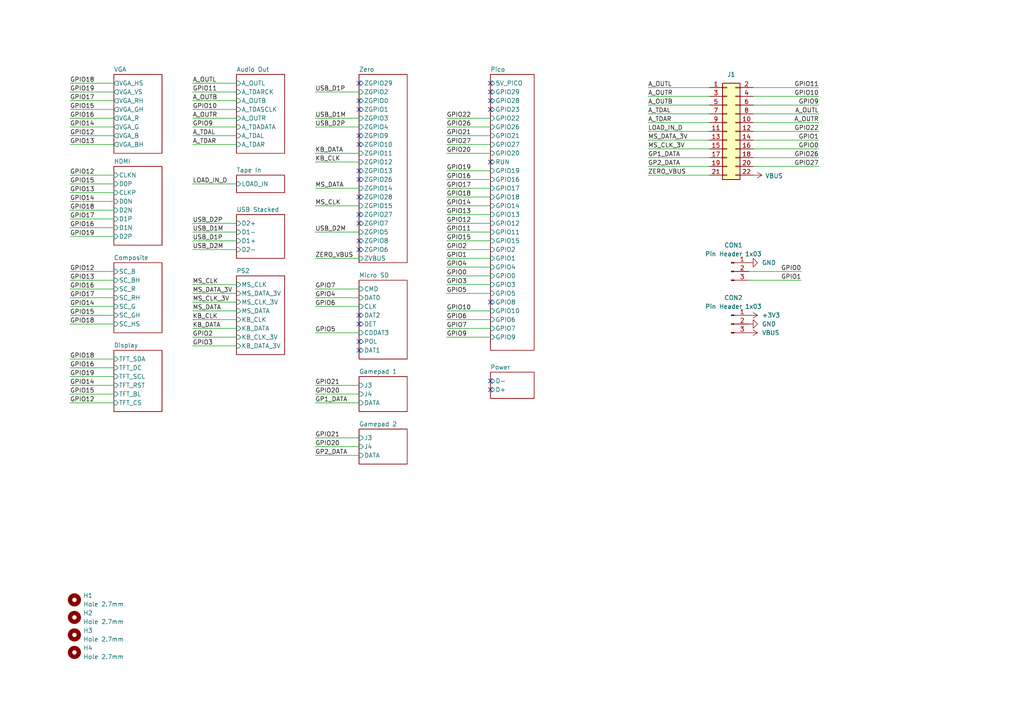
<source format=kicad_sch>
(kicad_sch (version 20231120) (generator "eeschema") (generator_version "8.0")
  (paper "A4")
  (title_block (title "FRANK") (date "2025-02-18") (rev "1.13") (company "Mikhail Matveev") (comment 1 "https://github.com/xtremespb/frank"))
  (lib_symbols
    (symbol "Connector:Conn_01x03_Pin" (pin_names (offset 1.016) hide)
      (property "Reference" "J" (at 0 5.08 0))
      (property "Value" "Conn_01x03_Pin" (at 0 -5.08 0))
      (symbol "Conn_01x03_Pin_1_1"
        (polyline (pts (xy 1.27 -2.54) (xy 0.8636 -2.54)) (stroke (width 0.1524)))
        (polyline (pts (xy 1.27 0) (xy 0.8636 0)) (stroke (width 0.1524)))
        (polyline (pts (xy 1.27 2.54) (xy 0.8636 2.54)) (stroke (width 0.1524)))
        (rectangle (start 0.8636 -2.413) (end 0 -2.667) (stroke (width 0.1524)) (fill (type outline)))
        (rectangle (start 0.8636 0.127) (end 0 -0.127) (stroke (width 0.1524)) (fill (type outline)))
        (rectangle (start 0.8636 2.667) (end 0 2.413) (stroke (width 0.1524)) (fill (type outline)))
        (pin passive line (at 5.08 2.54 180) (length 3.81) (name "Pin_1") (number "1"))
        (pin passive line (at 5.08 0 180) (length 3.81) (name "Pin_2") (number "2"))
        (pin passive line (at 5.08 -2.54 180) (length 3.81) (name "Pin_3") (number "3"))
      )
    )
    (symbol "Connector_Generic:Conn_02x11_Odd_Even" (pin_names (offset 1.016) hide)
      (property "Reference" "J" (at 1.27 15.24 0))
      (property "Value" "Conn_02x11_Odd_Even" (at 1.27 -15.24 0))
      (symbol "Conn_02x11_Odd_Even_1_1"
        (rectangle (start -1.27 -12.573) (end 0 -12.827) (stroke (width 0.1524)))
        (rectangle (start -1.27 -10.033) (end 0 -10.287) (stroke (width 0.1524)))
        (rectangle (start -1.27 -7.493) (end 0 -7.747) (stroke (width 0.1524)))
        (rectangle (start -1.27 -4.953) (end 0 -5.207) (stroke (width 0.1524)))
        (rectangle (start -1.27 -2.413) (end 0 -2.667) (stroke (width 0.1524)))
        (rectangle (start -1.27 0.127) (end 0 -0.127) (stroke (width 0.1524)))
        (rectangle (start -1.27 2.667) (end 0 2.413) (stroke (width 0.1524)))
        (rectangle (start -1.27 5.207) (end 0 4.953) (stroke (width 0.1524)))
        (rectangle (start -1.27 7.747) (end 0 7.493) (stroke (width 0.1524)))
        (rectangle (start -1.27 10.287) (end 0 10.033) (stroke (width 0.1524)))
        (rectangle (start -1.27 12.827) (end 0 12.573) (stroke (width 0.1524)))
        (rectangle (start -1.27 13.97) (end 3.81 -13.97) (stroke (width 0.254)) (fill (type background)))
        (rectangle (start 3.81 -12.573) (end 2.54 -12.827) (stroke (width 0.1524)))
        (rectangle (start 3.81 -10.033) (end 2.54 -10.287) (stroke (width 0.1524)))
        (rectangle (start 3.81 -7.493) (end 2.54 -7.747) (stroke (width 0.1524)))
        (rectangle (start 3.81 -4.953) (end 2.54 -5.207) (stroke (width 0.1524)))
        (rectangle (start 3.81 -2.413) (end 2.54 -2.667) (stroke (width 0.1524)))
        (rectangle (start 3.81 0.127) (end 2.54 -0.127) (stroke (width 0.1524)))
        (rectangle (start 3.81 2.667) (end 2.54 2.413) (stroke (width 0.1524)))
        (rectangle (start 3.81 5.207) (end 2.54 4.953) (stroke (width 0.1524)))
        (rectangle (start 3.81 7.747) (end 2.54 7.493) (stroke (width 0.1524)))
        (rectangle (start 3.81 10.287) (end 2.54 10.033) (stroke (width 0.1524)))
        (rectangle (start 3.81 12.827) (end 2.54 12.573) (stroke (width 0.1524)))
        (pin passive line (at -5.08 12.7 0) (length 3.81) (name "Pin_1") (number "1"))
        (pin passive line (at 7.62 2.54 180) (length 3.81) (name "Pin_10") (number "10"))
        (pin passive line (at -5.08 0 0) (length 3.81) (name "Pin_11") (number "11"))
        (pin passive line (at 7.62 0 180) (length 3.81) (name "Pin_12") (number "12"))
        (pin passive line (at -5.08 -2.54 0) (length 3.81) (name "Pin_13") (number "13"))
        (pin passive line (at 7.62 -2.54 180) (length 3.81) (name "Pin_14") (number "14"))
        (pin passive line (at -5.08 -5.08 0) (length 3.81) (name "Pin_15") (number "15"))
        (pin passive line (at 7.62 -5.08 180) (length 3.81) (name "Pin_16") (number "16"))
        (pin passive line (at -5.08 -7.62 0) (length 3.81) (name "Pin_17") (number "17"))
        (pin passive line (at 7.62 -7.62 180) (length 3.81) (name "Pin_18") (number "18"))
        (pin passive line (at -5.08 -10.16 0) (length 3.81) (name "Pin_19") (number "19"))
        (pin passive line (at 7.62 12.7 180) (length 3.81) (name "Pin_2") (number "2"))
        (pin passive line (at 7.62 -10.16 180) (length 3.81) (name "Pin_20") (number "20"))
        (pin passive line (at -5.08 -12.7 0) (length 3.81) (name "Pin_21") (number "21"))
        (pin passive line (at 7.62 -12.7 180) (length 3.81) (name "Pin_22") (number "22"))
        (pin passive line (at -5.08 10.16 0) (length 3.81) (name "Pin_3") (number "3"))
        (pin passive line (at 7.62 10.16 180) (length 3.81) (name "Pin_4") (number "4"))
        (pin passive line (at -5.08 7.62 0) (length 3.81) (name "Pin_5") (number "5"))
        (pin passive line (at 7.62 7.62 180) (length 3.81) (name "Pin_6") (number "6"))
        (pin passive line (at -5.08 5.08 0) (length 3.81) (name "Pin_7") (number "7"))
        (pin passive line (at 7.62 5.08 180) (length 3.81) (name "Pin_8") (number "8"))
        (pin passive line (at -5.08 2.54 0) (length 3.81) (name "Pin_9") (number "9"))
      )
    )
    (symbol "Mechanical:MountingHole" (pin_names (offset 1.016)) (exclude_from_sim yes) (in_bom no)
      (property "Reference" "H" (at 0 5.08 0))
      (property "Value" "MountingHole" (at 0 3.175 0))
      (symbol "MountingHole_0_1"
        (circle (center 0 0) (radius 1.27) (stroke (width 1.27)))
      )
    )
    (symbol "power:+3V3" (power) (pin_numbers hide) (pin_names (offset 0) hide)
      (property "Value" "+3V3" (at 0 3.556 0))
      (symbol "+3V3_0_1"
        (polyline (pts (xy -0.762 1.27) (xy 0 2.54)))
        (polyline (pts (xy 0 0) (xy 0 2.54)))
        (polyline (pts (xy 0 2.54) (xy 0.762 1.27)))
      )
      (symbol "+3V3_1_1"
        (pin power_in line (at 0 0 90) (length 0) (name "~") (number "1"))
      )
    )
    (symbol "power:GND" (power) (pin_numbers hide) (pin_names (offset 0) hide)
      (property "Value" "GND" (at 0 -3.81 0))
      (symbol "GND_0_1"
        (polyline (pts (xy 0 0) (xy 0 -1.27) (xy 1.27 -1.27) (xy 0 -2.54) (xy -1.27 -1.27) (xy 0 -1.27)))
      )
      (symbol "GND_1_1"
        (pin power_in line (at 0 0 270) (length 0) (name "~") (number "1"))
      )
    )
    (symbol "power:VBUS" (power) (pin_numbers hide) (pin_names (offset 0) hide)
      (property "Value" "VBUS" (at 0 3.556 0))
      (symbol "VBUS_0_1"
        (polyline (pts (xy -0.762 1.27) (xy 0 2.54)))
        (polyline (pts (xy 0 0) (xy 0 2.54)))
        (polyline (pts (xy 0 2.54) (xy 0.762 1.27)))
      )
      (symbol "VBUS_1_1"
        (pin power_in line (at 0 0 90) (length 0) (name "~") (number "1"))
      )
    )
  )
  (no_connect (at 142.24 29.21))
  (no_connect (at 104.14 101.6))
  (no_connect (at 104.14 52.07))
  (no_connect (at 104.14 62.23))
  (no_connect (at 142.24 46.99))
  (no_connect (at 104.14 72.39))
  (no_connect (at 104.14 99.06))
  (no_connect (at 142.24 24.13))
  (no_connect (at 142.24 87.63))
  (no_connect (at 104.14 57.15))
  (no_connect (at 104.14 64.77))
  (no_connect (at 104.14 93.98))
  (no_connect (at 104.14 69.85))
  (no_connect (at 104.14 91.44))
  (no_connect (at 104.14 49.53))
  (no_connect (at 104.14 29.21))
  (no_connect (at 142.24 31.75))
  (no_connect (at 142.24 26.67))
  (no_connect (at 104.14 24.13))
  (no_connect (at 104.14 31.75))
  (no_connect (at 142.24 113.03))
  (no_connect (at 142.24 110.49))
  (no_connect (at 104.14 41.91))
  (no_connect (at 104.14 39.37))
  (wire (pts (xy 55.88 95.25) (xy 68.58 95.25)))
  (wire (pts (xy 187.96 50.8) (xy 205.74 50.8)))
  (wire (pts (xy 129.54 52.07) (xy 142.24 52.07)))
  (wire (pts (xy 55.88 53.34) (xy 68.58 53.34)))
  (wire (pts (xy 218.44 38.1) (xy 237.49 38.1)))
  (wire (pts (xy 91.44 74.93) (xy 104.14 74.93)))
  (wire (pts (xy 91.44 86.36) (xy 104.14 86.36)))
  (wire (pts (xy 20.32 93.98) (xy 33.02 93.98)))
  (wire (pts (xy 187.96 48.26) (xy 205.74 48.26)))
  (wire (pts (xy 20.32 63.5) (xy 33.02 63.5)))
  (wire (pts (xy 91.44 59.69) (xy 104.14 59.69)))
  (wire (pts (xy 55.88 41.91) (xy 68.58 41.91)))
  (wire (pts (xy 187.96 25.4) (xy 205.74 25.4)))
  (wire (pts (xy 187.96 27.94) (xy 205.74 27.94)))
  (wire (pts (xy 20.32 106.68) (xy 33.02 106.68)))
  (wire (pts (xy 129.54 44.45) (xy 142.24 44.45)))
  (wire (pts (xy 91.44 67.31) (xy 104.14 67.31)))
  (wire (pts (xy 55.88 90.17) (xy 68.58 90.17)))
  (wire (pts (xy 20.32 39.37) (xy 33.02 39.37)))
  (wire (pts (xy 187.96 40.64) (xy 205.74 40.64)))
  (wire (pts (xy 55.88 72.39) (xy 68.58 72.39)))
  (wire (pts (xy 91.44 34.29) (xy 104.14 34.29)))
  (wire (pts (xy 129.54 74.93) (xy 142.24 74.93)))
  (wire (pts (xy 91.44 116.84) (xy 104.14 116.84)))
  (wire (pts (xy 232.41 81.28) (xy 217.17 81.28)))
  (wire (pts (xy 218.44 33.02) (xy 237.49 33.02)))
  (wire (pts (xy 20.32 41.91) (xy 33.02 41.91)))
  (wire (pts (xy 55.88 67.31) (xy 68.58 67.31)))
  (wire (pts (xy 91.44 54.61) (xy 104.14 54.61)))
  (wire (pts (xy 20.32 86.36) (xy 33.02 86.36)))
  (wire (pts (xy 187.96 38.1) (xy 205.74 38.1)))
  (wire (pts (xy 129.54 54.61) (xy 142.24 54.61)))
  (wire (pts (xy 218.44 27.94) (xy 237.49 27.94)))
  (wire (pts (xy 20.32 111.76) (xy 33.02 111.76)))
  (wire (pts (xy 55.88 29.21) (xy 68.58 29.21)))
  (wire (pts (xy 91.44 26.67) (xy 104.14 26.67)))
  (wire (pts (xy 91.44 36.83) (xy 104.14 36.83)))
  (wire (pts (xy 129.54 34.29) (xy 142.24 34.29)))
  (wire (pts (xy 20.32 58.42) (xy 33.02 58.42)))
  (wire (pts (xy 20.32 114.3) (xy 33.02 114.3)))
  (wire (pts (xy 20.32 109.22) (xy 33.02 109.22)))
  (wire (pts (xy 187.96 43.18) (xy 205.74 43.18)))
  (wire (pts (xy 129.54 77.47) (xy 142.24 77.47)))
  (wire (pts (xy 129.54 95.25) (xy 142.24 95.25)))
  (wire (pts (xy 129.54 62.23) (xy 142.24 62.23)))
  (wire (pts (xy 91.44 127) (xy 104.14 127)))
  (wire (pts (xy 20.32 53.34) (xy 33.02 53.34)))
  (wire (pts (xy 20.32 50.8) (xy 33.02 50.8)))
  (wire (pts (xy 20.32 83.82) (xy 33.02 83.82)))
  (wire (pts (xy 129.54 57.15) (xy 142.24 57.15)))
  (wire (pts (xy 91.44 44.45) (xy 104.14 44.45)))
  (wire (pts (xy 129.54 39.37) (xy 142.24 39.37)))
  (wire (pts (xy 55.88 92.71) (xy 68.58 92.71)))
  (wire (pts (xy 218.44 30.48) (xy 237.49 30.48)))
  (wire (pts (xy 91.44 96.52) (xy 104.14 96.52)))
  (wire (pts (xy 218.44 43.18) (xy 237.49 43.18)))
  (wire (pts (xy 55.88 97.79) (xy 68.58 97.79)))
  (wire (pts (xy 20.32 36.83) (xy 33.02 36.83)))
  (wire (pts (xy 20.32 31.75) (xy 33.02 31.75)))
  (wire (pts (xy 55.88 85.09) (xy 68.58 85.09)))
  (wire (pts (xy 55.88 26.67) (xy 68.58 26.67)))
  (wire (pts (xy 129.54 59.69) (xy 142.24 59.69)))
  (wire (pts (xy 20.32 24.13) (xy 33.02 24.13)))
  (wire (pts (xy 91.44 132.08) (xy 104.14 132.08)))
  (wire (pts (xy 20.32 66.04) (xy 33.02 66.04)))
  (wire (pts (xy 55.88 64.77) (xy 68.58 64.77)))
  (wire (pts (xy 20.32 78.74) (xy 33.02 78.74)))
  (wire (pts (xy 129.54 72.39) (xy 142.24 72.39)))
  (wire (pts (xy 55.88 87.63) (xy 68.58 87.63)))
  (wire (pts (xy 20.32 34.29) (xy 33.02 34.29)))
  (wire (pts (xy 20.32 55.88) (xy 33.02 55.88)))
  (wire (pts (xy 129.54 85.09) (xy 142.24 85.09)))
  (wire (pts (xy 218.44 45.72) (xy 237.49 45.72)))
  (wire (pts (xy 55.88 34.29) (xy 68.58 34.29)))
  (wire (pts (xy 129.54 82.55) (xy 142.24 82.55)))
  (wire (pts (xy 129.54 36.83) (xy 142.24 36.83)))
  (wire (pts (xy 218.44 40.64) (xy 237.49 40.64)))
  (wire (pts (xy 91.44 111.76) (xy 104.14 111.76)))
  (wire (pts (xy 218.44 48.26) (xy 237.49 48.26)))
  (wire (pts (xy 129.54 41.91) (xy 142.24 41.91)))
  (wire (pts (xy 218.44 35.56) (xy 237.49 35.56)))
  (wire (pts (xy 129.54 67.31) (xy 142.24 67.31)))
  (wire (pts (xy 55.88 69.85) (xy 68.58 69.85)))
  (wire (pts (xy 20.32 104.14) (xy 33.02 104.14)))
  (wire (pts (xy 20.32 81.28) (xy 33.02 81.28)))
  (wire (pts (xy 20.32 88.9) (xy 33.02 88.9)))
  (wire (pts (xy 55.88 24.13) (xy 68.58 24.13)))
  (wire (pts (xy 20.32 29.21) (xy 33.02 29.21)))
  (wire (pts (xy 20.32 91.44) (xy 33.02 91.44)))
  (wire (pts (xy 129.54 97.79) (xy 142.24 97.79)))
  (wire (pts (xy 55.88 36.83) (xy 68.58 36.83)))
  (wire (pts (xy 129.54 90.17) (xy 142.24 90.17)))
  (wire (pts (xy 55.88 31.75) (xy 68.58 31.75)))
  (wire (pts (xy 129.54 69.85) (xy 142.24 69.85)))
  (wire (pts (xy 218.44 25.4) (xy 237.49 25.4)))
  (wire (pts (xy 187.96 30.48) (xy 205.74 30.48)))
  (wire (pts (xy 129.54 64.77) (xy 142.24 64.77)))
  (wire (pts (xy 187.96 35.56) (xy 205.74 35.56)))
  (wire (pts (xy 91.44 114.3) (xy 104.14 114.3)))
  (wire (pts (xy 187.96 45.72) (xy 205.74 45.72)))
  (wire (pts (xy 232.41 78.74) (xy 217.17 78.74)))
  (wire (pts (xy 20.32 116.84) (xy 33.02 116.84)))
  (wire (pts (xy 129.54 49.53) (xy 142.24 49.53)))
  (wire (pts (xy 55.88 100.33) (xy 68.58 100.33)))
  (wire (pts (xy 55.88 39.37) (xy 68.58 39.37)))
  (wire (pts (xy 91.44 129.54) (xy 104.14 129.54)))
  (wire (pts (xy 91.44 46.99) (xy 104.14 46.99)))
  (wire (pts (xy 20.32 26.67) (xy 33.02 26.67)))
  (wire (pts (xy 20.32 60.96) (xy 33.02 60.96)))
  (wire (pts (xy 129.54 92.71) (xy 142.24 92.71)))
  (wire (pts (xy 91.44 88.9) (xy 104.14 88.9)))
  (wire (pts (xy 129.54 80.01) (xy 142.24 80.01)))
  (wire (pts (xy 20.32 68.58) (xy 33.02 68.58)))
  (wire (pts (xy 55.88 82.55) (xy 68.58 82.55)))
  (wire (pts (xy 187.96 33.02) (xy 205.74 33.02)))
  (wire (pts (xy 91.44 83.82) (xy 104.14 83.82)))
  (label "GPIO16" (at 20.32 83.82 0))
  (label "A_OUTL" (at 237.49 33.02 180))
  (label "GPIO13" (at 20.32 55.88 0))
  (label "GPIO20" (at 91.44 129.54 0))
  (label "GPIO21" (at 91.44 127 0))
  (label "GPIO7" (at 91.44 83.82 0))
  (label "GPIO18" (at 20.32 24.13 0))
  (label "USB_D1P" (at 91.44 26.67 0))
  (label "GPIO15" (at 20.32 31.75 0))
  (label "GPIO20" (at 129.54 44.45 0))
  (label "GPIO14" (at 20.32 88.9 0))
  (label "GPIO9" (at 129.54 97.79 0))
  (label "GPIO3" (at 129.54 82.55 0))
  (label "GP1_DATA" (at 91.44 116.84 0))
  (label "GPIO1" (at 232.41 81.28 180))
  (label "GPIO27" (at 129.54 41.91 0))
  (label "GPIO17" (at 129.54 54.61 0))
  (label "GPIO20" (at 91.44 114.3 0))
  (label "A_TDAL" (at 187.96 33.02 0))
  (label "GPIO27" (at 237.49 48.26 180))
  (label "GPIO6" (at 129.54 92.71 0))
  (label "GPIO9" (at 55.88 36.83 0))
  (label "LOAD_IN_D" (at 55.88 53.34 0))
  (label "A_OUTL" (at 187.96 25.4 0))
  (label "GPIO5" (at 91.44 96.52 0))
  (label "MS_DATA" (at 55.88 90.17 0))
  (label "ZERO_VBUS" (at 187.96 50.8 0))
  (label "GPIO11" (at 55.88 26.67 0))
  (label "GP2_DATA" (at 187.96 48.26 0))
  (label "ZERO_VBUS" (at 91.44 74.93 0))
  (label "GPIO10" (at 55.88 31.75 0))
  (label "GPIO15" (at 20.32 91.44 0))
  (label "GPIO18" (at 20.32 60.96 0))
  (label "GPIO13" (at 129.54 62.23 0))
  (label "KB_DATA" (at 55.88 95.25 0))
  (label "KB_CLK" (at 91.44 46.99 0))
  (label "MS_CLK_3V" (at 187.96 43.18 0))
  (label "USB_D1M" (at 55.88 67.31 0))
  (label "GPIO1" (at 237.49 40.64 180))
  (label "USB_D2P" (at 55.88 64.77 0))
  (label "A_TDAL" (at 55.88 39.37 0))
  (label "GPIO2" (at 129.54 72.39 0))
  (label "GPIO13" (at 20.32 81.28 0))
  (label "GPIO14" (at 129.54 59.69 0))
  (label "GPIO22" (at 129.54 34.29 0))
  (label "LOAD_IN_D" (at 187.96 38.1 0))
  (label "USB_D2M" (at 55.88 72.39 0))
  (label "GPIO2" (at 55.88 97.79 0))
  (label "MS_DATA" (at 91.44 54.61 0))
  (label "MS_CLK" (at 91.44 59.69 0))
  (label "KB_CLK" (at 55.88 92.71 0))
  (label "MS_CLK" (at 55.88 82.55 0))
  (label "GPIO19" (at 129.54 49.53 0))
  (label "A_OUTB" (at 55.88 29.21 0))
  (label "GPIO13" (at 20.32 41.91 0))
  (label "GPIO18" (at 129.54 57.15 0))
  (label "GPIO19" (at 20.32 109.22 0))
  (label "GPIO21" (at 129.54 39.37 0))
  (label "GPIO9" (at 237.49 30.48 180))
  (label "GPIO17" (at 20.32 86.36 0))
  (label "GPIO14" (at 20.32 111.76 0))
  (label "GPIO19" (at 20.32 68.58 0))
  (label "GPIO19" (at 20.32 26.67 0))
  (label "A_OUTB" (at 187.96 30.48 0))
  (label "GPIO6" (at 91.44 88.9 0))
  (label "GPIO12" (at 20.32 50.8 0))
  (label "GPIO5" (at 129.54 85.09 0))
  (label "GP2_DATA" (at 91.44 132.08 0))
  (label "GPIO18" (at 20.32 104.14 0))
  (label "GPIO3" (at 55.88 100.33 0))
  (label "MS_DATA_3V" (at 55.88 85.09 0))
  (label "MS_DATA_3V" (at 187.96 40.64 0))
  (label "GPIO14" (at 20.32 58.42 0))
  (label "GPIO15" (at 20.32 114.3 0))
  (label "GPIO17" (at 20.32 63.5 0))
  (label "GPIO10" (at 129.54 90.17 0))
  (label "KB_DATA" (at 91.44 44.45 0))
  (label "GPIO14" (at 20.32 36.83 0))
  (label "USB_D2P" (at 91.44 36.83 0))
  (label "MS_CLK_3V" (at 55.88 87.63 0))
  (label "GP1_DATA" (at 187.96 45.72 0))
  (label "GPIO11" (at 129.54 67.31 0))
  (label "GPIO4" (at 129.54 77.47 0))
  (label "GPIO10" (at 237.49 27.94 180))
  (label "GPIO7" (at 129.54 95.25 0))
  (label "GPIO26" (at 237.49 45.72 180))
  (label "A_OUTR" (at 187.96 27.94 0))
  (label "GPIO18" (at 20.32 93.98 0))
  (label "GPIO15" (at 129.54 69.85 0))
  (label "GPIO16" (at 20.32 34.29 0))
  (label "GPIO11" (at 237.49 25.4 180))
  (label "GPIO12" (at 20.32 39.37 0))
  (label "A_OUTR" (at 55.88 34.29 0))
  (label "GPIO17" (at 20.32 29.21 0))
  (label "A_OUTR" (at 237.49 35.56 180))
  (label "GPIO0" (at 129.54 80.01 0))
  (label "A_TDAR" (at 187.96 35.56 0))
  (label "GPIO12" (at 129.54 64.77 0))
  (label "GPIO1" (at 129.54 74.93 0))
  (label "A_TDAR" (at 55.88 41.91 0))
  (label "GPIO0" (at 232.41 78.74 180))
  (label "GPIO4" (at 91.44 86.36 0))
  (label "GPIO21" (at 91.44 111.76 0))
  (label "A_OUTL" (at 55.88 24.13 0))
  (label "GPIO26" (at 129.54 36.83 0))
  (label "GPIO15" (at 20.32 53.34 0))
  (label "GPIO16" (at 20.32 106.68 0))
  (label "USB_D1M" (at 91.44 34.29 0))
  (label "GPIO12" (at 20.32 78.74 0))
  (label "GPIO0" (at 237.49 43.18 180))
  (label "GPIO22" (at 237.49 38.1 180))
  (label "GPIO12" (at 20.32 116.84 0))
  (label "GPIO16" (at 20.32 66.04 0))
  (label "GPIO16" (at 129.54 52.07 0))
  (label "USB_D2M" (at 91.44 67.31 0))
  (label "USB_D1P" (at 55.88 69.85 0))
  (symbol (lib_id "power:VBUS") (at 217.17 96.52 270) (unit 1)
    (property "Reference" "#PWR05" (effects (hide yes)))
    (property "Value" "VBUS" (at 220.98 96.5199 90) (effects (justify left)))
    (property "Description" "Power symbol creates a global label with name \"VBUS\"" (effects (hide yes)))
  )
  (symbol (lib_id "Connector:Conn_01x03_Pin") (at 212.09 78.74 0) (unit 1)
    (property "Reference" "CON1" (at 212.725 71.12 0))
    (property "Value" "Pin Header 1x03" (at 212.725 73.66 0))
    (property "Footprint" "FRANK:Pin Header (1x03)" (effects (hide yes)))
    (property "Description" "Generic connector, single row, 01x03, script generated" (effects (hide yes)))
    (property "AliExpress" "https://www.aliexpress.com/item/1005007039504981.html" (effects (hide yes)))
  )
  (symbol (lib_id "power:+3V3") (at 217.17 91.44 270) (unit 1)
    (property "Reference" "#PWR03" (effects (hide yes)))
    (property "Value" "+3V3" (at 220.98 91.4399 90) (effects (justify left)))
    (property "Description" "Power symbol creates a global label with name \"+3V3\"" (effects (hide yes)))
  )
  (symbol (lib_id "Connector_Generic:Conn_02x11_Odd_Even") (at 210.82 38.1 0) (unit 1)
    (property "Reference" "J1" (at 212.09 21.59 0))
    (property "Value" "Pin Header 2x18" (effects (hide yes)))
    (property "Footprint" "FRANK:Pin Header (2x11)" (effects (hide yes)))
    (property "Description" "Generic connector, double row, 02x11, odd/even pin numbering scheme (row 1 odd numbers, row 2 even numbers), script generated (kicad-library-utils/schlib/autogen/connector/)" (effects (hide yes)))
    (property "AliExpress" "https://www.aliexpress.com/item/1005006804478835.html" (effects (hide yes)))
  )
  (symbol (lib_id "power:GND") (at 217.17 76.2 90) (unit 1)
    (property "Reference" "#PWR02" (effects (hide yes)))
    (property "Value" "GND" (at 220.98 76.1999 90) (effects (justify right)))
    (property "Description" "Power symbol creates a global label with name \"GND\" , ground" (effects (hide yes)))
  )
  (symbol (lib_id "power:GND") (at 217.17 93.98 90) (unit 1)
    (property "Reference" "#PWR04" (effects (hide yes)))
    (property "Value" "GND" (at 220.98 93.9799 90) (effects (justify right)))
    (property "Description" "Power symbol creates a global label with name \"GND\" , ground" (effects (hide yes)))
  )
  (symbol (lib_id "Mechanical:MountingHole") (at 21.59 184.15 0) (unit 1) (exclude_from_sim yes) (in_bom no)
    (property "Reference" "H3" (at 24.13 182.8799 0) (effects (justify left)))
    (property "Value" "Hole 2.7mm" (at 24.13 185.4199 0) (effects (justify left)))
    (property "Footprint" "FRANK:Mounting Hole (2.7mm)" (effects (hide yes)))
    (property "Description" "Mounting Hole without connection" (effects (hide yes)))
  )
  (symbol (lib_id "Mechanical:MountingHole") (at 21.59 179.07 0) (unit 1) (exclude_from_sim yes) (in_bom no)
    (property "Reference" "H2" (at 24.13 177.7999 0) (effects (justify left)))
    (property "Value" "Hole 2.7mm" (at 24.13 180.3399 0) (effects (justify left)))
    (property "Footprint" "FRANK:Mounting Hole (2.7mm)" (effects (hide yes)))
    (property "Description" "Mounting Hole without connection" (effects (hide yes)))
  )
  (symbol (lib_id "Mechanical:MountingHole") (at 21.59 189.23 0) (unit 1) (exclude_from_sim yes) (in_bom no)
    (property "Reference" "H4" (at 24.13 187.9599 0) (effects (justify left)))
    (property "Value" "Hole 2.7mm" (at 24.13 190.4999 0) (effects (justify left)))
    (property "Footprint" "FRANK:Mounting Hole (2.7mm)" (effects (hide yes)))
    (property "Description" "Mounting Hole without connection" (effects (hide yes)))
  )
  (symbol (lib_id "Mechanical:MountingHole") (at 21.59 173.99 0) (unit 1) (exclude_from_sim yes) (in_bom no)
    (property "Reference" "H1" (at 24.13 172.7199 0) (effects (justify left)))
    (property "Value" "Hole 2.7mm" (at 24.13 175.2599 0) (effects (justify left)))
    (property "Footprint" "FRANK:Mounting Hole (2.7mm)" (effects (hide yes)))
    (property "Description" "Mounting Hole without connection" (effects (hide yes)))
  )
  (symbol (lib_id "power:VBUS") (at 218.44 50.8 270) (unit 1)
    (property "Reference" "#PWR01" (effects (hide yes)))
    (property "Value" "VBUS" (at 221.9488 51.0216 90) (effects (justify left)))
    (property "Description" "Power symbol creates a global label with name \"VBUS\"" (effects (hide yes)))
  )
  (symbol (lib_id "Connector:Conn_01x03_Pin") (at 212.09 93.98 0) (unit 1)
    (property "Reference" "CON2" (at 212.725 86.36 0))
    (property "Value" "Pin Header 1x03" (at 212.725 88.9 0))
    (property "Footprint" "FRANK:Pin Header (1x03)" (effects (hide yes)))
    (property "Description" "Generic connector, single row, 01x03, script generated" (effects (hide yes)))
    (property "AliExpress" "https://www.aliexpress.com/item/1005007039504981.html" (effects (hide yes)))
  )
  (sheet (at 33.02 101.6) (size 13.97 17.78) (stroke (width 0.1524))
    (property "Sheetname" "Display" (at 33.02 100.8884 0) (effects (justify left bottom)))
    (property "Sheetfile" "display.kicad_sch" (effects (hide yes)))
    (pin "TFT_SDA" input (at 33.02 104.14 180))
    (pin "TFT_DC" input (at 33.02 106.68 180))
    (pin "TFT_SCL" input (at 33.02 109.22 180))
    (pin "TFT_RST" input (at 33.02 111.76 180))
    (pin "TFT_BL" input (at 33.02 114.3 180))
    (pin "TFT_CS" input (at 33.02 116.84 180))
  )
  (sheet (at 33.02 21.59) (size 13.97 22.86) (stroke (width 0.1524))
    (property "Sheetname" "VGA" (at 33.02 20.8784 0) (effects (justify left bottom)))
    (property "Sheetfile" "vga.kicad_sch" (effects (hide yes)))
    (pin "VGA_HS" output (at 33.02 24.13 180))
    (pin "VGA_VS" output (at 33.02 26.67 180))
    (pin "VGA_RH" output (at 33.02 29.21 180))
    (pin "VGA_GH" output (at 33.02 31.75 180))
    (pin "VGA_R" output (at 33.02 34.29 180))
    (pin "VGA_G" output (at 33.02 36.83 180))
    (pin "VGA_B" output (at 33.02 39.37 180))
    (pin "VGA_BH" output (at 33.02 41.91 180))
  )
  (sheet (at 104.14 81.28) (size 13.97 22.86) (stroke (width 0.1524))
    (property "Sheetname" "Micro SD" (at 104.14 80.5684 0) (effects (justify left bottom)))
    (property "Sheetfile" "sd.kicad_sch" (effects (hide yes)))
    (pin "CMD" input (at 104.14 83.82 180))
    (pin "DAT0" input (at 104.14 86.36 180))
    (pin "CLK" input (at 104.14 88.9 180))
    (pin "DAT2" input (at 104.14 91.44 180))
    (pin "DET" input (at 104.14 93.98 180))
    (pin "CDDAT3" input (at 104.14 96.52 180))
    (pin "POL" input (at 104.14 99.06 180))
    (pin "DAT1" input (at 104.14 101.6 180))
  )
  (sheet (at 33.02 76.2) (size 13.97 20.32) (stroke (width 0.1524))
    (property "Sheetname" "Composite" (at 33.02 75.4884 0) (effects (justify left bottom)))
    (property "Sheetfile" "composite.kicad_sch" (effects (hide yes)))
    (pin "SC_B" input (at 33.02 78.74 180))
    (pin "SC_BH" input (at 33.02 81.28 180))
    (pin "SC_R" input (at 33.02 83.82 180))
    (pin "SC_RH" input (at 33.02 86.36 180))
    (pin "SC_G" input (at 33.02 88.9 180))
    (pin "SC_GH" input (at 33.02 91.44 180))
    (pin "SC_HS" input (at 33.02 93.98 180))
  )
  (sheet (at 68.58 50.8) (size 13.97 5.08) (stroke (width 0.1524))
    (property "Sheetname" "Tape In" (at 68.58 50.0884 0) (effects (justify left bottom)))
    (property "Sheetfile" "tape.kicad_sch" (effects (hide yes)))
    (pin "LOAD_IN" input (at 68.58 53.34 180))
  )
  (sheet (at 142.24 107.95) (size 12.7 7.62) (stroke (width 0.1524))
    (property "Sheetname" "Power" (at 142.24 107.2384 0) (effects (justify left bottom)))
    (property "Sheetfile" "power.kicad_sch" (effects (hide yes)))
    (pin "D-" input (at 142.24 110.49 180))
    (pin "D+" input (at 142.24 113.03 180))
  )
  (sheet (at 142.24 21.59) (size 12.7 80.01) (stroke (width 0.1524))
    (property "Sheetname" "Pico" (at 142.24 20.8784 0) (effects (justify left bottom)))
    (property "Sheetfile" "pico.kicad_sch" (effects (hide yes)))
    (pin "5V_PICO" input (at 142.24 24.13 180))
    (pin "GPIO29" input (at 142.24 26.67 180))
    (pin "GPIO28" input (at 142.24 29.21 180))
    (pin "GPIO23" input (at 142.24 31.75 180))
    (pin "GPIO22" input (at 142.24 34.29 180))
    (pin "GPIO26" input (at 142.24 36.83 180))
    (pin "GPIO21" input (at 142.24 39.37 180))
    (pin "GPIO27" input (at 142.24 41.91 180))
    (pin "GPIO20" input (at 142.24 44.45 180))
    (pin "RUN" input (at 142.24 46.99 180))
    (pin "GPIO19" input (at 142.24 49.53 180))
    (pin "GPIO16" input (at 142.24 52.07 180))
    (pin "GPIO17" input (at 142.24 54.61 180))
    (pin "GPIO18" input (at 142.24 57.15 180))
    (pin "GPIO14" input (at 142.24 59.69 180))
    (pin "GPIO13" input (at 142.24 62.23 180))
    (pin "GPIO12" input (at 142.24 64.77 180))
    (pin "GPIO11" input (at 142.24 67.31 180))
    (pin "GPIO15" input (at 142.24 69.85 180))
    (pin "GPIO2" input (at 142.24 72.39 180))
    (pin "GPIO1" input (at 142.24 74.93 180))
    (pin "GPIO4" input (at 142.24 77.47 180))
    (pin "GPIO0" input (at 142.24 80.01 180))
    (pin "GPIO3" input (at 142.24 82.55 180))
    (pin "GPIO5" input (at 142.24 85.09 180))
    (pin "GPIO8" input (at 142.24 87.63 180))
    (pin "GPIO10" input (at 142.24 90.17 180))
    (pin "GPIO6" input (at 142.24 92.71 180))
    (pin "GPIO7" input (at 142.24 95.25 180))
    (pin "GPIO9" input (at 142.24 97.79 180))
  )
  (sheet (at 104.14 109.22) (size 13.97 10.16) (stroke (width 0.1524))
    (property "Sheetname" "Gamepad 1" (at 104.14 108.5084 0) (effects (justify left bottom)))
    (property "Sheetfile" "gamepad.kicad_sch" (effects (hide yes)))
    (pin "J3" input (at 104.14 111.76 180))
    (pin "J4" input (at 104.14 114.3 180))
    (pin "DATA" input (at 104.14 116.84 180))
  )
  (sheet (at 68.58 80.01) (size 13.97 22.86) (stroke (width 0.1524))
    (property "Sheetname" "PS2" (at 68.58 79.2984 0) (effects (justify left bottom)))
    (property "Sheetfile" "ps2.kicad_sch" (effects (hide yes)))
    (pin "MS_CLK" input (at 68.58 82.55 180))
    (pin "MS_DATA_3V" input (at 68.58 85.09 180))
    (pin "MS_CLK_3V" input (at 68.58 87.63 180))
    (pin "MS_DATA" input (at 68.58 90.17 180))
    (pin "KB_CLK" input (at 68.58 92.71 180))
    (pin "KB_DATA" input (at 68.58 95.25 180))
    (pin "KB_CLK_3V" input (at 68.58 97.79 180))
    (pin "KB_DATA_3V" input (at 68.58 100.33 180))
  )
  (sheet (at 68.58 62.23) (size 13.97 12.7) (stroke (width 0.1524))
    (property "Sheetname" "USB Stacked" (at 68.58 61.5184 0) (effects (justify left bottom)))
    (property "Sheetfile" "usbstack.kicad_sch" (effects (hide yes)))
    (pin "D2+" input (at 68.58 64.77 180))
    (pin "D1-" input (at 68.58 67.31 180))
    (pin "D1+" input (at 68.58 69.85 180))
    (pin "D2-" input (at 68.58 72.39 180))
  )
  (sheet (at 33.02 48.26) (size 13.97 22.86) (stroke (width 0.1524))
    (property "Sheetname" "HDMI" (at 33.02 47.5484 0) (effects (justify left bottom)))
    (property "Sheetfile" "hdmi.kicad_sch" (effects (hide yes)))
    (pin "CLKN" input (at 33.02 50.8 180))
    (pin "D0P" input (at 33.02 53.34 180))
    (pin "CLKP" input (at 33.02 55.88 180))
    (pin "D0N" input (at 33.02 58.42 180))
    (pin "D2N" input (at 33.02 60.96 180))
    (pin "D1P" input (at 33.02 63.5 180))
    (pin "D1N" input (at 33.02 66.04 180))
    (pin "D2P" input (at 33.02 68.58 180))
  )
  (sheet (at 104.14 124.46) (size 13.97 10.16) (stroke (width 0.1524))
    (property "Sheetname" "Gamepad 2" (at 104.14 123.7484 0) (effects (justify left bottom)))
    (property "Sheetfile" "gamepad.kicad_sch" (effects (hide yes)))
    (pin "J3" input (at 104.14 127 180))
    (pin "J4" input (at 104.14 129.54 180))
    (pin "DATA" input (at 104.14 132.08 180))
  )
  (sheet (at 68.58 21.59) (size 13.97 22.86) (stroke (width 0.1524))
    (property "Sheetname" "Audio Out" (at 68.58 20.8784 0) (effects (justify left bottom)))
    (property "Sheetfile" "audio.kicad_sch" (effects (hide yes)))
    (pin "A_OUTL" input (at 68.58 24.13 180))
    (pin "A_TDARCK" input (at 68.58 26.67 180))
    (pin "A_OUTB" input (at 68.58 29.21 180))
    (pin "A_TDASCLK" input (at 68.58 31.75 180))
    (pin "A_OUTR" input (at 68.58 34.29 180))
    (pin "A_TDADATA" input (at 68.58 36.83 180))
    (pin "A_TDAL" input (at 68.58 39.37 180))
    (pin "A_TDAR" input (at 68.58 41.91 180))
  )
  (sheet (at 104.14 21.59) (size 13.97 54.61) (stroke (width 0.1524))
    (property "Sheetname" "Zero" (at 104.14 20.8784 0) (effects (justify left bottom)))
    (property "Sheetfile" "zero.kicad_sch" (effects (hide yes)))
    (pin "ZGPIO29" input (at 104.14 24.13 180))
    (pin "ZGPIO2" input (at 104.14 26.67 180))
    (pin "ZGPIO0" input (at 104.14 29.21 180))
    (pin "ZGPIO1" input (at 104.14 31.75 180))
    (pin "ZGPIO3" input (at 104.14 34.29 180))
    (pin "ZGPIO4" input (at 104.14 36.83 180))
    (pin "ZGPIO9" input (at 104.14 39.37 180))
    (pin "ZGPIO10" input (at 104.14 41.91 180))
    (pin "ZGPIO11" input (at 104.14 44.45 180))
    (pin "ZGPIO12" input (at 104.14 46.99 180))
    (pin "ZGPIO13" input (at 104.14 49.53 180))
    (pin "ZGPIO26" input (at 104.14 52.07 180))
    (pin "ZGPIO14" input (at 104.14 54.61 180))
    (pin "ZGPIO28" input (at 104.14 57.15 180))
    (pin "ZGPIO15" input (at 104.14 59.69 180))
    (pin "ZGPIO27" input (at 104.14 62.23 180))
    (pin "ZGPIO7" input (at 104.14 64.77 180))
    (pin "ZGPIO5" input (at 104.14 67.31 180))
    (pin "ZGPIO8" input (at 104.14 69.85 180))
    (pin "ZGPIO6" input (at 104.14 72.39 180))
    (pin "ZVBUS" input (at 104.14 74.93 180))
  )
)
</source>
